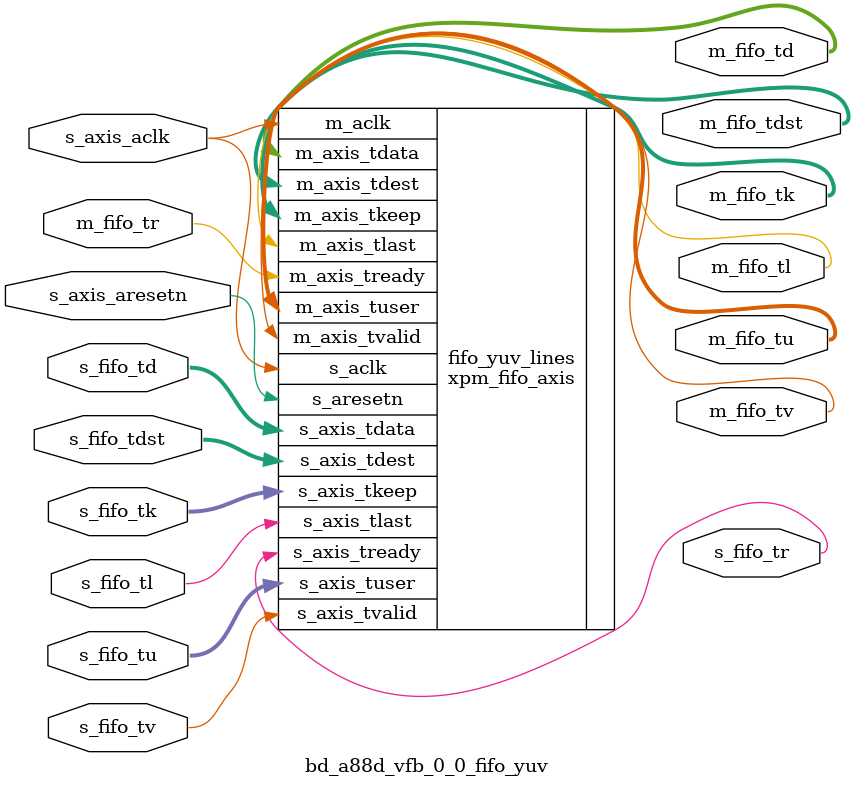
<source format=v>
`timescale 1ps/1ps
module bd_a88d_vfb_0_0_fifo_yuv (
  input            s_axis_aclk    ,

  input         s_axis_aresetn ,
  output    s_fifo_tr      ,
  input     s_fifo_tv      ,
  input      [64-1:0]  s_fifo_td      ,
  input      [96-1:0]  s_fifo_tu      ,
  input      [4-1:0] s_fifo_tdst      ,
  input      [8-1:0] s_fifo_tk      ,
  input      s_fifo_tl      ,
  input     m_fifo_tr      ,
  output     m_fifo_tv      ,
  output   [64-1:0]   m_fifo_td      ,
  output   [4-1:0] m_fifo_tdst ,
  output   [96-1:0]  m_fifo_tu      ,
  output    [8-1:0] m_fifo_tk      ,
  output      m_fifo_tl      
);

xpm_fifo_axis#(
      .CLOCKING_MODE("common_clock"), // String
      .ECC_MODE("no_ecc"),            // String
      .FIFO_DEPTH(16),              // DECIMAL
      .FIFO_MEMORY_TYPE("distributed"),      // String
      .PACKET_FIFO("false"),          // String
      .PROG_EMPTY_THRESH(10),         // DECIMAL
      .PROG_FULL_THRESH(123),          // DECIMAL
      .RD_DATA_COUNT_WIDTH(1),        // DECIMAL
      .RELATED_CLOCKS(0),             // DECIMAL
      .SIM_ASSERT_CHK(0),             // DECIMAL; 0=disable simulation messages, 1=enable simulation messages
      .TDATA_WIDTH(64),               // DECIMAL
      .TDEST_WIDTH(4),                // DECIMAL
      .TUSER_WIDTH(96),                // DECIMAL
      .USE_ADV_FEATURES("1000"),      // String
      .WR_DATA_COUNT_WIDTH(1)         // DECIMAL
 ) fifo_yuv_lines(
  .s_aresetn         (s_axis_aresetn ),
  .m_aclk            (s_axis_aclk    ),
  .s_aclk            (s_axis_aclk    ),
  .s_axis_tready     (s_fifo_tr      ),
  .s_axis_tvalid     (s_fifo_tv      ),
  .s_axis_tdata      (s_fifo_td      ),
  .s_axis_tuser      (s_fifo_tu      ),
  .s_axis_tdest      (s_fifo_tdst      ),
  .s_axis_tkeep      (s_fifo_tk      ),
  .s_axis_tlast      (s_fifo_tl      ),
  .m_axis_tready     (m_fifo_tr      ),
  .m_axis_tvalid     (m_fifo_tv      ),
  .m_axis_tdata      (m_fifo_td      ),
  .m_axis_tdest      (m_fifo_tdst     ),
  .m_axis_tuser      (m_fifo_tu      ),
  .m_axis_tkeep      (m_fifo_tk      ),
  .m_axis_tlast      (m_fifo_tl      )
);
endmodule

</source>
